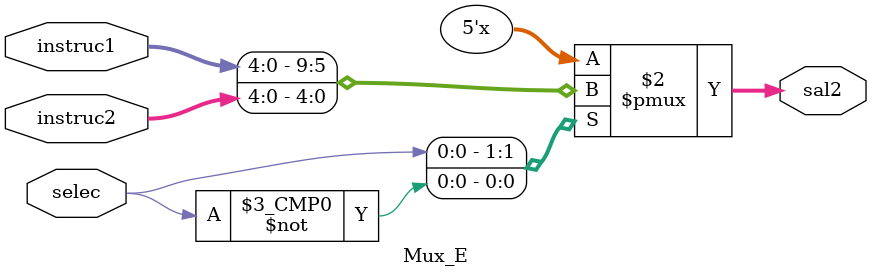
<source format=v>
`timescale 1ns/1ns
module Mux_E(
	input [5:0]instruc1,
	input [5:0]instruc2,
	input selec,
	output reg [4:0] sal2
);
always @* 
begin
	case(selec)
		1'b1: sal2 = instruc1;
		1'b0: sal2 = instruc2;
	endcase
end
endmodule

</source>
